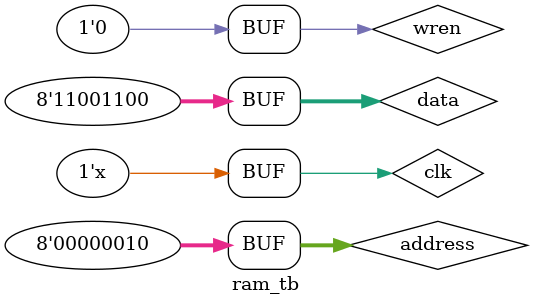
<source format=v>
`timescale 1ns/1ns

`define isTest 1
`include "../bloques/ram/ram.v"

module ram_tb ();
parameter CYCLE = 4;
parameter ADDR_WIDTH = 8;
parameter DATA_WIDTH = 8;
//input;
reg clk;
reg wren;
reg [ADDR_WIDTH-1:0] address;
reg [DATA_WIDTH-1:0] data;
//output;
wire [DATA_WIDTH-1:0] q;

//inst;
ram  tb_u1(
    .clk                (clk),
    .wren              (wren),
    .address          (address),
    .data             (data),
    .q                (q)
);
//clk produce;
initial begin
    clk = 1'b0;
end
always #(CYCLE/2) clk = ~ clk;
//rst_n ;
initial begin
                    wren = 1'b0;address = 8'd0;data = 0;
    #(CYCLE*4)      wren = 1'b1;address = 8'd0;data = 8'hab;
    #(CYCLE*4)      wren = 1'b1;address = 8'd1;data = 8'hbb;
    #(CYCLE*4)      wren = 1'b1;address = 8'd2;data = 8'hcc;
    #(CYCLE*4)      wren = 1'b0;address = 8'd0;
    #(CYCLE*4)      wren = 1'b0;address = 8'd1;
    #(CYCLE*4)      wren = 1'b0;address = 8'd2;

end

endmodule

</source>
